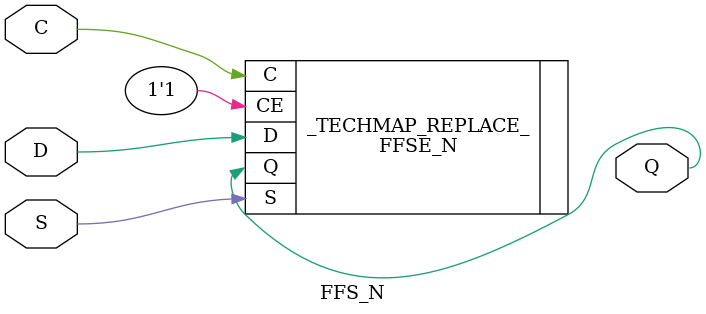
<source format=v>
module FF (input C, D, output Q);
parameter INIT = 1'b0;
if (INIT === 1'b1) begin
FFPE _TECHMAP_REPLACE_ (.C(C), .D(D), .PRE(1'b0), .CE(1'b1), .Q(Q));
end else begin
FFCE _TECHMAP_REPLACE_ (.C(C), .D(D), .CLR(1'b0), .CE(1'b1), .Q(Q));
end
endmodule

module FF_N (input C, D, output Q);
parameter INIT = 1'b0;
if (INIT === 1'b1) begin
FFPE_N _TECHMAP_REPLACE_ (.C(C), .D(D), .PRE(1'b0), .CE(1'b1), .Q(Q));
end else begin
FFCE_N _TECHMAP_REPLACE_ (.C(C), .D(D), .CLR(1'b0), .CE(1'b1), .Q(Q));
end
endmodule

module FFC (input C, D, CLR, output Q);
FFCE _TECHMAP_REPLACE_ (.C(C), .D(D), .CLR(CLR), .CE(1'b1), .Q(Q));
endmodule

module FFC_N (input C, D, CLR, output Q);
FFCE_N _TECHMAP_REPLACE_ (.C(C), .D(D), .CLR(CLR), .CE(1'b1), .Q(Q));
endmodule

module FFP (input C, D, PRE, output Q);
FFPE _TECHMAP_REPLACE_ (.C(C), .D(D), .PRE(PRE), .CE(1'b1), .Q(Q));
endmodule

module FFP_N (input C, D, CLR, output Q);
FFPE_N _TECHMAP_REPLACE_ (.C(C), .D(D), .PRE(PRE), .CE(1'b1), .Q(Q));
endmodule

module FFR (input C, D, R, output Q);
FFRE _TECHMAP_REPLACE_ (.C(C), .D(D), .R(R), .CE(1'b1), .Q(Q));
endmodule

module FFR_N (input C, D, R, output Q);
FFRE_N _TECHMAP_REPLACE_ (.C(C), .D(D), .R(R), .CE(1'b1), .Q(Q));
endmodule

module FFS (input C, D, S, output Q);
FFSE _TECHMAP_REPLACE_ (.C(C), .D(D), .S(S), .CE(1'b1), .Q(Q));
endmodule

module FFS_N (input C, D, S, output Q);
FFSE_N _TECHMAP_REPLACE_ (.C(C), .D(D), .S(S), .CE(1'b1), .Q(Q));
endmodule

</source>
